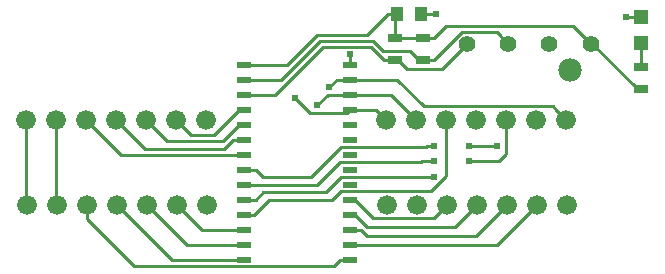
<source format=gbr>
G04 #@! TF.FileFunction,Copper,L2,Bot,Signal*
%FSLAX46Y46*%
G04 Gerber Fmt 4.6, Leading zero omitted, Abs format (unit mm)*
G04 Created by KiCad (PCBNEW 4.0.7-e2-6376~58~ubuntu16.04.1) date Sat Feb  3 17:42:28 2018*
%MOMM*%
%LPD*%
G01*
G04 APERTURE LIST*
%ADD10C,0.100000*%
%ADD11C,1.397000*%
%ADD12C,1.981000*%
%ADD13R,1.270000X0.508000*%
%ADD14C,1.676400*%
%ADD15R,1.000000X1.250000*%
%ADD16R,1.200000X1.200000*%
%ADD17R,1.300000X0.700000*%
%ADD18C,0.609600*%
%ADD19C,0.254000*%
G04 APERTURE END LIST*
D10*
D11*
X195425000Y-104267000D03*
X198925000Y-104267000D03*
D12*
X197175000Y-106497000D03*
D11*
X191925000Y-104267000D03*
X188425000Y-104267000D03*
D13*
X178562000Y-106045000D03*
X178562000Y-107315000D03*
X178562000Y-108585000D03*
X178562000Y-109855000D03*
X178562000Y-111125000D03*
X178562000Y-112395000D03*
X178562000Y-113665000D03*
X178562000Y-114935000D03*
X178562000Y-116205000D03*
X178562000Y-117475000D03*
X178562000Y-118745000D03*
X178562000Y-120015000D03*
X178562000Y-121285000D03*
X178562000Y-122555000D03*
X169519600Y-122555000D03*
X169519600Y-121285000D03*
X169519600Y-120015000D03*
X169519600Y-118745000D03*
X169519600Y-117475000D03*
X169519600Y-116205000D03*
X169519600Y-114935000D03*
X169519600Y-113665000D03*
X169519600Y-112395000D03*
X169519600Y-111125000D03*
X169519600Y-109855000D03*
X169519600Y-108585000D03*
X169519600Y-107315000D03*
X169519600Y-106045000D03*
D14*
X196799200Y-110700820D03*
X194259200Y-110700820D03*
X191719200Y-110700820D03*
X189181740Y-110700820D03*
X186641740Y-110700820D03*
X184101740Y-110700820D03*
X181561740Y-110700820D03*
X181660800Y-117899180D03*
X184200800Y-117899180D03*
X186740800Y-117899180D03*
X189278260Y-117899180D03*
X191818260Y-117899180D03*
X194358260Y-117899180D03*
X196898260Y-117899180D03*
D15*
X182515000Y-101727000D03*
X184515000Y-101727000D03*
D16*
X203200000Y-104224000D03*
X203200000Y-102024000D03*
D14*
X166319200Y-110700820D03*
X163779200Y-110700820D03*
X161239200Y-110700820D03*
X158701740Y-110700820D03*
X156161740Y-110700820D03*
X153621740Y-110700820D03*
X151081740Y-110700820D03*
X151180800Y-117899180D03*
X153720800Y-117899180D03*
X156260800Y-117899180D03*
X158798260Y-117899180D03*
X161338260Y-117899180D03*
X163878260Y-117899180D03*
X166418260Y-117899180D03*
D17*
X184738656Y-103763024D03*
X184738656Y-105663024D03*
X182325656Y-103763024D03*
X182325656Y-105663024D03*
X203200000Y-108138000D03*
X203200000Y-106238000D03*
D18*
X185801000Y-101727000D03*
X201930000Y-101981000D03*
X178562000Y-105156000D03*
X176784000Y-107950000D03*
X191008000Y-112903000D03*
X188595000Y-112903000D03*
X185674000Y-112928401D03*
X188595000Y-114173000D03*
X185674000Y-114173000D03*
X185674000Y-115570000D03*
X175768000Y-109474000D03*
X173863000Y-108839000D03*
D19*
X203200000Y-108138000D02*
X202900000Y-108138000D01*
X202900000Y-108138000D02*
X199029000Y-104267000D01*
X199029000Y-104267000D02*
X198925000Y-104267000D01*
X198925000Y-104267000D02*
X197401000Y-102743000D01*
X197401000Y-102743000D02*
X186662680Y-102743000D01*
X186662680Y-102743000D02*
X185642656Y-103763024D01*
X185642656Y-103763024D02*
X184738656Y-103763024D01*
X182325656Y-103763024D02*
X182325656Y-101916344D01*
X182325656Y-101916344D02*
X182515000Y-101727000D01*
X175768000Y-103505000D02*
X173228000Y-106045000D01*
X179983000Y-103505000D02*
X175768000Y-103505000D01*
X182515000Y-101727000D02*
X181761000Y-101727000D01*
X181761000Y-101727000D02*
X179983000Y-103505000D01*
X182325656Y-103763024D02*
X184738656Y-103763024D01*
X173228000Y-106045000D02*
X169519600Y-106045000D01*
X184515000Y-101727000D02*
X185801000Y-101727000D01*
X203200000Y-102024000D02*
X201973000Y-102024000D01*
X201973000Y-102024000D02*
X201930000Y-101981000D01*
X178689000Y-106172000D02*
X178562000Y-106045000D01*
X178562000Y-106045000D02*
X178562000Y-105156000D01*
X203200000Y-104224000D02*
X203200000Y-106238000D01*
X186309000Y-106383000D02*
X188425000Y-104267000D01*
X182625024Y-105663024D02*
X183261000Y-106299000D01*
X186309000Y-106383000D02*
X183345000Y-106383000D01*
X183345000Y-106383000D02*
X183261000Y-106299000D01*
X182325656Y-105663024D02*
X182625024Y-105663024D01*
X176276000Y-104521000D02*
X172212000Y-108585000D01*
X182325656Y-105663024D02*
X181421656Y-105663024D01*
X181421656Y-105663024D02*
X180279632Y-104521000D01*
X180279632Y-104521000D02*
X176276000Y-104521000D01*
X172212000Y-108585000D02*
X169519600Y-108585000D01*
X184738656Y-105663024D02*
X185642656Y-105663024D01*
X185642656Y-105663024D02*
X188016581Y-103289099D01*
X188016581Y-103289099D02*
X190947099Y-103289099D01*
X190947099Y-103289099D02*
X191226501Y-103568501D01*
X191226501Y-103568501D02*
X191925000Y-104267000D01*
X176022000Y-104013000D02*
X172720000Y-107315000D01*
X181356000Y-104902000D02*
X180467000Y-104013000D01*
X180467000Y-104013000D02*
X176022000Y-104013000D01*
X183642000Y-104902000D02*
X181356000Y-104902000D01*
X184403024Y-105663024D02*
X183642000Y-104902000D01*
X184738656Y-105663024D02*
X184403024Y-105663024D01*
X172720000Y-107315000D02*
X169519600Y-107315000D01*
X177419000Y-107315000D02*
X178562000Y-107315000D01*
X176784000Y-107950000D02*
X177419000Y-107315000D01*
X166370000Y-110650020D02*
X166319200Y-110700820D01*
X182499000Y-107315000D02*
X184767219Y-109583219D01*
X184767219Y-109583219D02*
X195681599Y-109583219D01*
X195681599Y-109583219D02*
X195961001Y-109862621D01*
X195961001Y-109862621D02*
X196799200Y-110700820D01*
X178562000Y-107315000D02*
X182499000Y-107315000D01*
X169519600Y-114935000D02*
X170561000Y-114935000D01*
X170561000Y-114935000D02*
X171196000Y-115570000D01*
X175260000Y-115570000D02*
X177800000Y-113030000D01*
X171196000Y-115570000D02*
X175260000Y-115570000D01*
X177800000Y-113030000D02*
X184937401Y-113030000D01*
X184937401Y-113030000D02*
X185039000Y-112928401D01*
X188595000Y-112903000D02*
X191008000Y-112903000D01*
X185547000Y-112928401D02*
X185039000Y-112928401D01*
X185039000Y-112928401D02*
X185674000Y-112928401D01*
X169519600Y-116205000D02*
X175768000Y-116205000D01*
X175768000Y-116205000D02*
X177673000Y-114300000D01*
X177673000Y-114300000D02*
X184531000Y-114300000D01*
X184531000Y-114300000D02*
X184632599Y-114198401D01*
X184632599Y-114198401D02*
X185648599Y-114198401D01*
X185648599Y-114198401D02*
X185674000Y-114173000D01*
X191135000Y-114173000D02*
X191719200Y-113588800D01*
X191719200Y-113588800D02*
X191719200Y-110700820D01*
X188595000Y-114173000D02*
X191135000Y-114173000D01*
X183261000Y-115570000D02*
X185674000Y-115570000D01*
X169519600Y-117475000D02*
X170561000Y-117475000D01*
X170561000Y-117475000D02*
X171196000Y-116840000D01*
X171196000Y-116840000D02*
X176530000Y-116840000D01*
X176530000Y-116840000D02*
X177800000Y-115570000D01*
X177800000Y-115570000D02*
X183261000Y-115570000D01*
X169519600Y-118745000D02*
X170408600Y-118745000D01*
X170408600Y-118745000D02*
X171678600Y-117475000D01*
X171678600Y-117475000D02*
X177038000Y-117475000D01*
X177038000Y-117475000D02*
X177774599Y-116738401D01*
X177774599Y-116738401D02*
X185394599Y-116738401D01*
X185394599Y-116738401D02*
X186641740Y-115491260D01*
X186641740Y-115491260D02*
X186641740Y-110700820D01*
X175768000Y-109474000D02*
X176657000Y-108585000D01*
X176657000Y-108585000D02*
X178562000Y-108585000D01*
X153621740Y-110700820D02*
X153621740Y-117800120D01*
X153621740Y-117800120D02*
X153720800Y-117899180D01*
X178562000Y-108585000D02*
X181985920Y-108585000D01*
X181985920Y-108585000D02*
X184101740Y-110700820D01*
X173863000Y-108839000D02*
X175133000Y-110109000D01*
X175133000Y-110109000D02*
X178308000Y-110109000D01*
X178308000Y-110109000D02*
X178562000Y-109855000D01*
X178562000Y-109855000D02*
X180715920Y-109855000D01*
X180715920Y-109855000D02*
X181561740Y-110700820D01*
X151081740Y-110700820D02*
X151081740Y-117800120D01*
X151081740Y-117800120D02*
X151180800Y-117899180D01*
X178562000Y-117475000D02*
X178943000Y-117475000D01*
X178943000Y-117475000D02*
X180484781Y-119016781D01*
X180484781Y-119016781D02*
X185623199Y-119016781D01*
X185623199Y-119016781D02*
X185902601Y-118737379D01*
X185902601Y-118737379D02*
X186740800Y-117899180D01*
X179959000Y-119761000D02*
X187416440Y-119761000D01*
X187416440Y-119761000D02*
X189278260Y-117899180D01*
X178943000Y-118745000D02*
X179959000Y-119761000D01*
X178562000Y-118745000D02*
X178943000Y-118745000D01*
X179959000Y-120523000D02*
X189194440Y-120523000D01*
X189194440Y-120523000D02*
X191818260Y-117899180D01*
X178562000Y-120015000D02*
X179451000Y-120015000D01*
X179451000Y-120015000D02*
X179959000Y-120523000D01*
X178562000Y-121285000D02*
X190972440Y-121285000D01*
X190972440Y-121285000D02*
X194358260Y-117899180D01*
X166979600Y-112014000D02*
X165092380Y-112014000D01*
X165092380Y-112014000D02*
X163779200Y-110700820D01*
X169519600Y-109855000D02*
X169138600Y-109855000D01*
X169138600Y-109855000D02*
X166979600Y-112014000D01*
X167741600Y-112522000D02*
X163060380Y-112522000D01*
X163060380Y-112522000D02*
X161239200Y-110700820D01*
X169519600Y-111125000D02*
X169138600Y-111125000D01*
X169138600Y-111125000D02*
X167741600Y-112522000D01*
X167868600Y-113157000D02*
X161157920Y-113157000D01*
X161157920Y-113157000D02*
X158701740Y-110700820D01*
X169519600Y-112395000D02*
X168630600Y-112395000D01*
X168630600Y-112395000D02*
X167868600Y-113157000D01*
X169519600Y-113665000D02*
X159125920Y-113665000D01*
X159125920Y-113665000D02*
X156161740Y-110700820D01*
X156260800Y-117899180D02*
X156260800Y-119084573D01*
X156260800Y-119084573D02*
X160264628Y-123088401D01*
X177139599Y-123088401D02*
X177673000Y-122555000D01*
X160264628Y-123088401D02*
X177139599Y-123088401D01*
X177673000Y-122555000D02*
X178562000Y-122555000D01*
X169519600Y-122555000D02*
X163454080Y-122555000D01*
X163454080Y-122555000D02*
X158798260Y-117899180D01*
X169519600Y-121285000D02*
X164724080Y-121285000D01*
X164724080Y-121285000D02*
X161338260Y-117899180D01*
X169519600Y-120015000D02*
X165994080Y-120015000D01*
X165994080Y-120015000D02*
X163878260Y-117899180D01*
M02*

</source>
